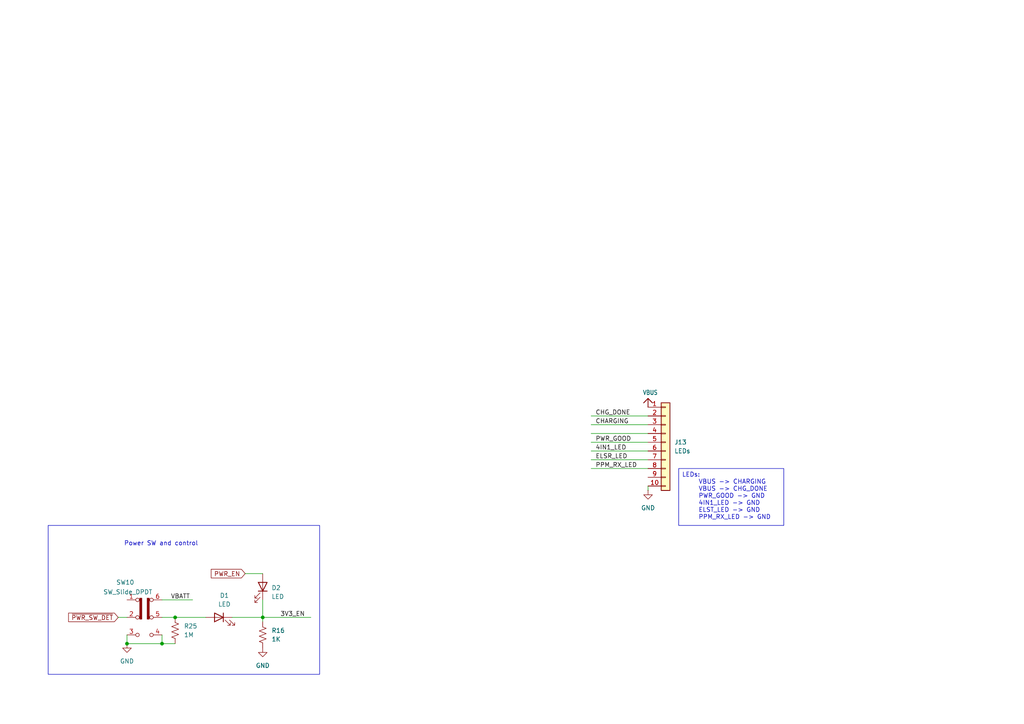
<source format=kicad_sch>
(kicad_sch
	(version 20231120)
	(generator "eeschema")
	(generator_version "8.0")
	(uuid "39638496-c1a9-488f-b565-6f37005cce22")
	(paper "A4")
	(lib_symbols
		(symbol "Adafruit PowerBoost 1000C Rev B-eagle-import:VBUS"
			(power)
			(exclude_from_sim no)
			(in_bom yes)
			(on_board yes)
			(property "Reference" ""
				(at 0 0 0)
				(effects
					(font
						(size 1.27 1.27)
					)
					(hide yes)
				)
			)
			(property "Value" ""
				(at -1.524 1.016 0)
				(effects
					(font
						(size 1.27 1.0795)
					)
					(justify left bottom)
				)
			)
			(property "Footprint" ""
				(at 0 0 0)
				(effects
					(font
						(size 1.27 1.27)
					)
					(hide yes)
				)
			)
			(property "Datasheet" ""
				(at 0 0 0)
				(effects
					(font
						(size 1.27 1.27)
					)
					(hide yes)
				)
			)
			(property "Description" "VBUS Supply Symbole"
				(at 0 0 0)
				(effects
					(font
						(size 1.27 1.27)
					)
					(hide yes)
				)
			)
			(property "ki_locked" ""
				(at 0 0 0)
				(effects
					(font
						(size 1.27 1.27)
					)
				)
			)
			(symbol "VBUS_1_0"
				(polyline
					(pts
						(xy -1.27 -1.27) (xy 0 0)
					)
					(stroke
						(width 0.254)
						(type solid)
					)
					(fill
						(type none)
					)
				)
				(polyline
					(pts
						(xy 0 0) (xy 1.27 -1.27)
					)
					(stroke
						(width 0.254)
						(type solid)
					)
					(fill
						(type none)
					)
				)
				(pin power_in line
					(at 0 -2.54 90)
					(length 2.54)
					(name "VBUS"
						(effects
							(font
								(size 0 0)
							)
						)
					)
					(number "1"
						(effects
							(font
								(size 0 0)
							)
						)
					)
				)
			)
		)
		(symbol "Connector_Generic:Conn_01x10"
			(pin_names
				(offset 1.016) hide)
			(exclude_from_sim no)
			(in_bom yes)
			(on_board yes)
			(property "Reference" "J"
				(at 0 12.7 0)
				(effects
					(font
						(size 1.27 1.27)
					)
				)
			)
			(property "Value" "Conn_01x10"
				(at 0 -15.24 0)
				(effects
					(font
						(size 1.27 1.27)
					)
				)
			)
			(property "Footprint" ""
				(at 0 0 0)
				(effects
					(font
						(size 1.27 1.27)
					)
					(hide yes)
				)
			)
			(property "Datasheet" "~"
				(at 0 0 0)
				(effects
					(font
						(size 1.27 1.27)
					)
					(hide yes)
				)
			)
			(property "Description" "Generic connector, single row, 01x10, script generated (kicad-library-utils/schlib/autogen/connector/)"
				(at 0 0 0)
				(effects
					(font
						(size 1.27 1.27)
					)
					(hide yes)
				)
			)
			(property "ki_keywords" "connector"
				(at 0 0 0)
				(effects
					(font
						(size 1.27 1.27)
					)
					(hide yes)
				)
			)
			(property "ki_fp_filters" "Connector*:*_1x??_*"
				(at 0 0 0)
				(effects
					(font
						(size 1.27 1.27)
					)
					(hide yes)
				)
			)
			(symbol "Conn_01x10_1_1"
				(rectangle
					(start -1.27 -12.573)
					(end 0 -12.827)
					(stroke
						(width 0.1524)
						(type default)
					)
					(fill
						(type none)
					)
				)
				(rectangle
					(start -1.27 -10.033)
					(end 0 -10.287)
					(stroke
						(width 0.1524)
						(type default)
					)
					(fill
						(type none)
					)
				)
				(rectangle
					(start -1.27 -7.493)
					(end 0 -7.747)
					(stroke
						(width 0.1524)
						(type default)
					)
					(fill
						(type none)
					)
				)
				(rectangle
					(start -1.27 -4.953)
					(end 0 -5.207)
					(stroke
						(width 0.1524)
						(type default)
					)
					(fill
						(type none)
					)
				)
				(rectangle
					(start -1.27 -2.413)
					(end 0 -2.667)
					(stroke
						(width 0.1524)
						(type default)
					)
					(fill
						(type none)
					)
				)
				(rectangle
					(start -1.27 0.127)
					(end 0 -0.127)
					(stroke
						(width 0.1524)
						(type default)
					)
					(fill
						(type none)
					)
				)
				(rectangle
					(start -1.27 2.667)
					(end 0 2.413)
					(stroke
						(width 0.1524)
						(type default)
					)
					(fill
						(type none)
					)
				)
				(rectangle
					(start -1.27 5.207)
					(end 0 4.953)
					(stroke
						(width 0.1524)
						(type default)
					)
					(fill
						(type none)
					)
				)
				(rectangle
					(start -1.27 7.747)
					(end 0 7.493)
					(stroke
						(width 0.1524)
						(type default)
					)
					(fill
						(type none)
					)
				)
				(rectangle
					(start -1.27 10.287)
					(end 0 10.033)
					(stroke
						(width 0.1524)
						(type default)
					)
					(fill
						(type none)
					)
				)
				(rectangle
					(start -1.27 11.43)
					(end 1.27 -13.97)
					(stroke
						(width 0.254)
						(type default)
					)
					(fill
						(type background)
					)
				)
				(pin passive line
					(at -5.08 10.16 0)
					(length 3.81)
					(name "Pin_1"
						(effects
							(font
								(size 1.27 1.27)
							)
						)
					)
					(number "1"
						(effects
							(font
								(size 1.27 1.27)
							)
						)
					)
				)
				(pin passive line
					(at -5.08 -12.7 0)
					(length 3.81)
					(name "Pin_10"
						(effects
							(font
								(size 1.27 1.27)
							)
						)
					)
					(number "10"
						(effects
							(font
								(size 1.27 1.27)
							)
						)
					)
				)
				(pin passive line
					(at -5.08 7.62 0)
					(length 3.81)
					(name "Pin_2"
						(effects
							(font
								(size 1.27 1.27)
							)
						)
					)
					(number "2"
						(effects
							(font
								(size 1.27 1.27)
							)
						)
					)
				)
				(pin passive line
					(at -5.08 5.08 0)
					(length 3.81)
					(name "Pin_3"
						(effects
							(font
								(size 1.27 1.27)
							)
						)
					)
					(number "3"
						(effects
							(font
								(size 1.27 1.27)
							)
						)
					)
				)
				(pin passive line
					(at -5.08 2.54 0)
					(length 3.81)
					(name "Pin_4"
						(effects
							(font
								(size 1.27 1.27)
							)
						)
					)
					(number "4"
						(effects
							(font
								(size 1.27 1.27)
							)
						)
					)
				)
				(pin passive line
					(at -5.08 0 0)
					(length 3.81)
					(name "Pin_5"
						(effects
							(font
								(size 1.27 1.27)
							)
						)
					)
					(number "5"
						(effects
							(font
								(size 1.27 1.27)
							)
						)
					)
				)
				(pin passive line
					(at -5.08 -2.54 0)
					(length 3.81)
					(name "Pin_6"
						(effects
							(font
								(size 1.27 1.27)
							)
						)
					)
					(number "6"
						(effects
							(font
								(size 1.27 1.27)
							)
						)
					)
				)
				(pin passive line
					(at -5.08 -5.08 0)
					(length 3.81)
					(name "Pin_7"
						(effects
							(font
								(size 1.27 1.27)
							)
						)
					)
					(number "7"
						(effects
							(font
								(size 1.27 1.27)
							)
						)
					)
				)
				(pin passive line
					(at -5.08 -7.62 0)
					(length 3.81)
					(name "Pin_8"
						(effects
							(font
								(size 1.27 1.27)
							)
						)
					)
					(number "8"
						(effects
							(font
								(size 1.27 1.27)
							)
						)
					)
				)
				(pin passive line
					(at -5.08 -10.16 0)
					(length 3.81)
					(name "Pin_9"
						(effects
							(font
								(size 1.27 1.27)
							)
						)
					)
					(number "9"
						(effects
							(font
								(size 1.27 1.27)
							)
						)
					)
				)
			)
		)
		(symbol "Device:LED"
			(pin_numbers hide)
			(pin_names
				(offset 1.016) hide)
			(exclude_from_sim no)
			(in_bom yes)
			(on_board yes)
			(property "Reference" "D"
				(at 0 2.54 0)
				(effects
					(font
						(size 1.27 1.27)
					)
				)
			)
			(property "Value" "LED"
				(at 0 -2.54 0)
				(effects
					(font
						(size 1.27 1.27)
					)
				)
			)
			(property "Footprint" ""
				(at 0 0 0)
				(effects
					(font
						(size 1.27 1.27)
					)
					(hide yes)
				)
			)
			(property "Datasheet" "~"
				(at 0 0 0)
				(effects
					(font
						(size 1.27 1.27)
					)
					(hide yes)
				)
			)
			(property "Description" "Light emitting diode"
				(at 0 0 0)
				(effects
					(font
						(size 1.27 1.27)
					)
					(hide yes)
				)
			)
			(property "ki_keywords" "LED diode"
				(at 0 0 0)
				(effects
					(font
						(size 1.27 1.27)
					)
					(hide yes)
				)
			)
			(property "ki_fp_filters" "LED* LED_SMD:* LED_THT:*"
				(at 0 0 0)
				(effects
					(font
						(size 1.27 1.27)
					)
					(hide yes)
				)
			)
			(symbol "LED_0_1"
				(polyline
					(pts
						(xy -1.27 -1.27) (xy -1.27 1.27)
					)
					(stroke
						(width 0.254)
						(type default)
					)
					(fill
						(type none)
					)
				)
				(polyline
					(pts
						(xy -1.27 0) (xy 1.27 0)
					)
					(stroke
						(width 0)
						(type default)
					)
					(fill
						(type none)
					)
				)
				(polyline
					(pts
						(xy 1.27 -1.27) (xy 1.27 1.27) (xy -1.27 0) (xy 1.27 -1.27)
					)
					(stroke
						(width 0.254)
						(type default)
					)
					(fill
						(type none)
					)
				)
				(polyline
					(pts
						(xy -3.048 -0.762) (xy -4.572 -2.286) (xy -3.81 -2.286) (xy -4.572 -2.286) (xy -4.572 -1.524)
					)
					(stroke
						(width 0)
						(type default)
					)
					(fill
						(type none)
					)
				)
				(polyline
					(pts
						(xy -1.778 -0.762) (xy -3.302 -2.286) (xy -2.54 -2.286) (xy -3.302 -2.286) (xy -3.302 -1.524)
					)
					(stroke
						(width 0)
						(type default)
					)
					(fill
						(type none)
					)
				)
			)
			(symbol "LED_1_1"
				(pin passive line
					(at -3.81 0 0)
					(length 2.54)
					(name "K"
						(effects
							(font
								(size 1.27 1.27)
							)
						)
					)
					(number "1"
						(effects
							(font
								(size 1.27 1.27)
							)
						)
					)
				)
				(pin passive line
					(at 3.81 0 180)
					(length 2.54)
					(name "A"
						(effects
							(font
								(size 1.27 1.27)
							)
						)
					)
					(number "2"
						(effects
							(font
								(size 1.27 1.27)
							)
						)
					)
				)
			)
		)
		(symbol "Device:R_US"
			(pin_numbers hide)
			(pin_names
				(offset 0)
			)
			(exclude_from_sim no)
			(in_bom yes)
			(on_board yes)
			(property "Reference" "R"
				(at 2.54 0 90)
				(effects
					(font
						(size 1.27 1.27)
					)
				)
			)
			(property "Value" "R_US"
				(at -2.54 0 90)
				(effects
					(font
						(size 1.27 1.27)
					)
				)
			)
			(property "Footprint" ""
				(at 1.016 -0.254 90)
				(effects
					(font
						(size 1.27 1.27)
					)
					(hide yes)
				)
			)
			(property "Datasheet" "~"
				(at 0 0 0)
				(effects
					(font
						(size 1.27 1.27)
					)
					(hide yes)
				)
			)
			(property "Description" "Resistor, US symbol"
				(at 0 0 0)
				(effects
					(font
						(size 1.27 1.27)
					)
					(hide yes)
				)
			)
			(property "ki_keywords" "R res resistor"
				(at 0 0 0)
				(effects
					(font
						(size 1.27 1.27)
					)
					(hide yes)
				)
			)
			(property "ki_fp_filters" "R_*"
				(at 0 0 0)
				(effects
					(font
						(size 1.27 1.27)
					)
					(hide yes)
				)
			)
			(symbol "R_US_0_1"
				(polyline
					(pts
						(xy 0 -2.286) (xy 0 -2.54)
					)
					(stroke
						(width 0)
						(type default)
					)
					(fill
						(type none)
					)
				)
				(polyline
					(pts
						(xy 0 2.286) (xy 0 2.54)
					)
					(stroke
						(width 0)
						(type default)
					)
					(fill
						(type none)
					)
				)
				(polyline
					(pts
						(xy 0 -0.762) (xy 1.016 -1.143) (xy 0 -1.524) (xy -1.016 -1.905) (xy 0 -2.286)
					)
					(stroke
						(width 0)
						(type default)
					)
					(fill
						(type none)
					)
				)
				(polyline
					(pts
						(xy 0 0.762) (xy 1.016 0.381) (xy 0 0) (xy -1.016 -0.381) (xy 0 -0.762)
					)
					(stroke
						(width 0)
						(type default)
					)
					(fill
						(type none)
					)
				)
				(polyline
					(pts
						(xy 0 2.286) (xy 1.016 1.905) (xy 0 1.524) (xy -1.016 1.143) (xy 0 0.762)
					)
					(stroke
						(width 0)
						(type default)
					)
					(fill
						(type none)
					)
				)
			)
			(symbol "R_US_1_1"
				(pin passive line
					(at 0 3.81 270)
					(length 1.27)
					(name "~"
						(effects
							(font
								(size 1.27 1.27)
							)
						)
					)
					(number "1"
						(effects
							(font
								(size 1.27 1.27)
							)
						)
					)
				)
				(pin passive line
					(at 0 -3.81 90)
					(length 1.27)
					(name "~"
						(effects
							(font
								(size 1.27 1.27)
							)
						)
					)
					(number "2"
						(effects
							(font
								(size 1.27 1.27)
							)
						)
					)
				)
			)
		)
		(symbol "Switch:SW_Slide_DPDT"
			(pin_names
				(offset 0) hide)
			(exclude_from_sim no)
			(in_bom yes)
			(on_board yes)
			(property "Reference" "SW"
				(at 0 6.858 0)
				(effects
					(font
						(size 1.27 1.27)
					)
				)
			)
			(property "Value" "SW_Slide_DPDT"
				(at 0 -8.128 0)
				(effects
					(font
						(size 1.27 1.27)
					)
				)
			)
			(property "Footprint" ""
				(at 13.97 5.08 0)
				(effects
					(font
						(size 1.27 1.27)
					)
					(hide yes)
				)
			)
			(property "Datasheet" "~"
				(at 0 0 0)
				(effects
					(font
						(size 1.27 1.27)
					)
					(hide yes)
				)
			)
			(property "Description" "Slide Switch, dual pole double throw"
				(at 0 0 0)
				(effects
					(font
						(size 1.27 1.27)
					)
					(hide yes)
				)
			)
			(property "ki_keywords" "switch dual-pole double-throw dpdt ON-ON"
				(at 0 0 0)
				(effects
					(font
						(size 1.27 1.27)
					)
					(hide yes)
				)
			)
			(symbol "SW_Slide_DPDT_0_0"
				(circle
					(center -2.032 -5.08)
					(radius 0.508)
					(stroke
						(width 0)
						(type default)
					)
					(fill
						(type none)
					)
				)
				(circle
					(center -2.032 5.08)
					(radius 0.508)
					(stroke
						(width 0)
						(type default)
					)
					(fill
						(type none)
					)
				)
				(circle
					(center 2.032 -5.08)
					(radius 0.508)
					(stroke
						(width 0)
						(type default)
					)
					(fill
						(type none)
					)
				)
				(circle
					(center 2.032 0)
					(radius 0.508)
					(stroke
						(width 0)
						(type default)
					)
					(fill
						(type none)
					)
				)
			)
			(symbol "SW_Slide_DPDT_0_1"
				(circle
					(center -2.032 0)
					(radius 0.508)
					(stroke
						(width 0)
						(type default)
					)
					(fill
						(type none)
					)
				)
				(circle
					(center 2.032 5.08)
					(radius 0.508)
					(stroke
						(width 0)
						(type default)
					)
					(fill
						(type none)
					)
				)
			)
			(symbol "SW_Slide_DPDT_1_1"
				(rectangle
					(start -1.397 5.588)
					(end -0.762 -0.508)
					(stroke
						(width 0)
						(type default)
					)
					(fill
						(type outline)
					)
				)
				(rectangle
					(start 0.762 5.588)
					(end 1.397 -0.508)
					(stroke
						(width 0)
						(type default)
					)
					(fill
						(type outline)
					)
				)
				(pin passive line
					(at -5.08 5.08 0)
					(length 2.54)
					(name "A"
						(effects
							(font
								(size 1.27 1.27)
							)
						)
					)
					(number "1"
						(effects
							(font
								(size 1.27 1.27)
							)
						)
					)
				)
				(pin passive line
					(at -5.08 0 0)
					(length 2.54)
					(name "B"
						(effects
							(font
								(size 1.27 1.27)
							)
						)
					)
					(number "2"
						(effects
							(font
								(size 1.27 1.27)
							)
						)
					)
				)
				(pin passive line
					(at -5.08 -5.08 0)
					(length 2.54)
					(name "C"
						(effects
							(font
								(size 1.27 1.27)
							)
						)
					)
					(number "3"
						(effects
							(font
								(size 1.27 1.27)
							)
						)
					)
				)
				(pin passive line
					(at 5.08 -5.08 180)
					(length 2.54)
					(name "A"
						(effects
							(font
								(size 1.27 1.27)
							)
						)
					)
					(number "4"
						(effects
							(font
								(size 1.27 1.27)
							)
						)
					)
				)
				(pin passive line
					(at 5.08 0 180)
					(length 2.54)
					(name "B"
						(effects
							(font
								(size 1.27 1.27)
							)
						)
					)
					(number "5"
						(effects
							(font
								(size 1.27 1.27)
							)
						)
					)
				)
				(pin passive line
					(at 5.08 5.08 180)
					(length 2.54)
					(name "C"
						(effects
							(font
								(size 1.27 1.27)
							)
						)
					)
					(number "6"
						(effects
							(font
								(size 1.27 1.27)
							)
						)
					)
				)
			)
		)
		(symbol "power:GND"
			(power)
			(pin_numbers hide)
			(pin_names
				(offset 0) hide)
			(exclude_from_sim no)
			(in_bom yes)
			(on_board yes)
			(property "Reference" "#PWR"
				(at 0 -6.35 0)
				(effects
					(font
						(size 1.27 1.27)
					)
					(hide yes)
				)
			)
			(property "Value" "GND"
				(at 0 -3.81 0)
				(effects
					(font
						(size 1.27 1.27)
					)
				)
			)
			(property "Footprint" ""
				(at 0 0 0)
				(effects
					(font
						(size 1.27 1.27)
					)
					(hide yes)
				)
			)
			(property "Datasheet" ""
				(at 0 0 0)
				(effects
					(font
						(size 1.27 1.27)
					)
					(hide yes)
				)
			)
			(property "Description" "Power symbol creates a global label with name \"GND\" , ground"
				(at 0 0 0)
				(effects
					(font
						(size 1.27 1.27)
					)
					(hide yes)
				)
			)
			(property "ki_keywords" "global power"
				(at 0 0 0)
				(effects
					(font
						(size 1.27 1.27)
					)
					(hide yes)
				)
			)
			(symbol "GND_0_1"
				(polyline
					(pts
						(xy 0 0) (xy 0 -1.27) (xy 1.27 -1.27) (xy 0 -2.54) (xy -1.27 -1.27) (xy 0 -1.27)
					)
					(stroke
						(width 0)
						(type default)
					)
					(fill
						(type none)
					)
				)
			)
			(symbol "GND_1_1"
				(pin power_in line
					(at 0 0 270)
					(length 0)
					(name "~"
						(effects
							(font
								(size 1.27 1.27)
							)
						)
					)
					(number "1"
						(effects
							(font
								(size 1.27 1.27)
							)
						)
					)
				)
			)
		)
	)
	(junction
		(at 50.8 179.07)
		(diameter 0)
		(color 0 0 0 0)
		(uuid "3c9bbb5f-fe1b-48c9-8535-eddac65e5a7b")
	)
	(junction
		(at 36.83 186.69)
		(diameter 0)
		(color 0 0 0 0)
		(uuid "555a1f9e-74bd-4fda-9140-22b1688aa7b2")
	)
	(junction
		(at 76.2 179.07)
		(diameter 0)
		(color 0 0 0 0)
		(uuid "72986b09-9670-4392-a2b3-ee1c3297d668")
	)
	(junction
		(at 46.99 186.69)
		(diameter 0)
		(color 0 0 0 0)
		(uuid "c0b5cd82-6730-4170-b3be-ea5ac40c5c1c")
	)
	(wire
		(pts
			(xy 46.99 186.69) (xy 50.8 186.69)
		)
		(stroke
			(width 0)
			(type default)
		)
		(uuid "004d3bd5-2c62-45e2-b880-3f296bdf3c5f")
	)
	(wire
		(pts
			(xy 76.2 179.07) (xy 76.2 180.34)
		)
		(stroke
			(width 0)
			(type default)
		)
		(uuid "05e38c6c-b5e1-4eb5-801b-cceb548df3a4")
	)
	(wire
		(pts
			(xy 50.8 179.07) (xy 59.69 179.07)
		)
		(stroke
			(width 0)
			(type default)
		)
		(uuid "0d56eee9-0e51-49a0-b00e-dd6daf577665")
	)
	(wire
		(pts
			(xy 171.45 130.81) (xy 187.96 130.81)
		)
		(stroke
			(width 0)
			(type default)
		)
		(uuid "47dfde0b-9913-401f-94dd-aaf68fa630f8")
	)
	(wire
		(pts
			(xy 187.96 142.24) (xy 187.96 140.97)
		)
		(stroke
			(width 0)
			(type default)
		)
		(uuid "4a9efbe0-1e42-49e7-8cf6-0082760ec6ee")
	)
	(wire
		(pts
			(xy 46.99 184.15) (xy 46.99 186.69)
		)
		(stroke
			(width 0)
			(type default)
		)
		(uuid "6656158a-2711-42c6-b92f-28d608c02122")
	)
	(wire
		(pts
			(xy 34.29 179.07) (xy 36.83 179.07)
		)
		(stroke
			(width 0)
			(type default)
		)
		(uuid "709d3227-8fbf-4858-8702-dc6dbb3ed5bc")
	)
	(wire
		(pts
			(xy 171.45 120.65) (xy 187.96 120.65)
		)
		(stroke
			(width 0)
			(type default)
		)
		(uuid "773d6504-281c-4fdc-846f-940c7c814b25")
	)
	(wire
		(pts
			(xy 171.45 133.35) (xy 187.96 133.35)
		)
		(stroke
			(width 0)
			(type default)
		)
		(uuid "786657a4-a330-4af7-8811-3a3301b9b90d")
	)
	(wire
		(pts
			(xy 67.31 179.07) (xy 76.2 179.07)
		)
		(stroke
			(width 0)
			(type default)
		)
		(uuid "7e3afbe7-4fdf-4046-a3e0-55ddbacf8ea8")
	)
	(wire
		(pts
			(xy 71.12 166.37) (xy 76.2 166.37)
		)
		(stroke
			(width 0)
			(type default)
		)
		(uuid "8bd2ceba-19ad-4660-b6bd-c13acfb33347")
	)
	(wire
		(pts
			(xy 171.45 125.73) (xy 187.96 125.73)
		)
		(stroke
			(width 0)
			(type default)
		)
		(uuid "9516e47f-b914-4562-adf5-4b09e23e5574")
	)
	(wire
		(pts
			(xy 76.2 173.99) (xy 76.2 179.07)
		)
		(stroke
			(width 0)
			(type default)
		)
		(uuid "968787dd-9f66-4e87-a33e-c67e39ff0a7b")
	)
	(wire
		(pts
			(xy 171.45 123.19) (xy 187.96 123.19)
		)
		(stroke
			(width 0)
			(type default)
		)
		(uuid "a0497a61-b55e-406e-9b7e-9dd2e3558a66")
	)
	(wire
		(pts
			(xy 76.2 179.07) (xy 90.17 179.07)
		)
		(stroke
			(width 0)
			(type default)
		)
		(uuid "b4137786-a4ac-4516-b69c-9e67295ddeed")
	)
	(wire
		(pts
			(xy 46.99 186.69) (xy 36.83 186.69)
		)
		(stroke
			(width 0)
			(type default)
		)
		(uuid "c1828e89-b7de-44f4-8afd-50b6ca9016e7")
	)
	(wire
		(pts
			(xy 46.99 173.99) (xy 55.88 173.99)
		)
		(stroke
			(width 0)
			(type default)
		)
		(uuid "d62d15b6-9cdb-40fb-8216-09375c3dcb0f")
	)
	(wire
		(pts
			(xy 171.45 128.27) (xy 187.96 128.27)
		)
		(stroke
			(width 0)
			(type default)
		)
		(uuid "d656b8bd-c7b2-46ff-8f9c-8c02d1006acc")
	)
	(wire
		(pts
			(xy 46.99 179.07) (xy 50.8 179.07)
		)
		(stroke
			(width 0)
			(type default)
		)
		(uuid "dafec2ed-4284-4667-9a4a-7e0bdec80d76")
	)
	(wire
		(pts
			(xy 36.83 186.69) (xy 36.83 184.15)
		)
		(stroke
			(width 0)
			(type default)
		)
		(uuid "f264cf4b-1a30-4a50-89fe-2a407373bc06")
	)
	(wire
		(pts
			(xy 171.45 135.89) (xy 187.96 135.89)
		)
		(stroke
			(width 0)
			(type default)
		)
		(uuid "ff234cfb-d06e-4c78-a436-0ce791c8a86d")
	)
	(rectangle
		(start 13.97 152.4)
		(end 92.71 195.58)
		(stroke
			(width 0)
			(type default)
		)
		(fill
			(type none)
		)
		(uuid d1e726ff-3a86-4b83-838f-6be401ee2850)
	)
	(text_box "LEDs:\n	VBUS -> CHARGING\n	VBUS -> CHG_DONE\n	PWR_GOOD -> GND\n	4IN1_LED -> GND\n	ELST_LED -> GND\n	PPM_RX_LED -> GND\n"
		(exclude_from_sim no)
		(at 196.85 135.89 0)
		(size 30.48 16.51)
		(stroke
			(width 0)
			(type default)
		)
		(fill
			(type none)
		)
		(effects
			(font
				(size 1.27 1.27)
			)
			(justify left top)
		)
		(uuid "605028d6-72cb-459c-8efb-88315a7a4adb")
	)
	(text "Power SW and control"
		(exclude_from_sim no)
		(at 46.736 157.734 0)
		(effects
			(font
				(size 1.27 1.27)
			)
		)
		(uuid "bc86ea17-741d-4421-a4b8-c42d6e36938e")
	)
	(label "CHARGING"
		(at 172.72 123.19 0)
		(fields_autoplaced yes)
		(effects
			(font
				(size 1.27 1.27)
			)
			(justify left bottom)
		)
		(uuid "0cab91f4-4fc7-4bdd-ae6e-d10339fa3a66")
	)
	(label "PWR_GOOD"
		(at 172.72 128.27 0)
		(fields_autoplaced yes)
		(effects
			(font
				(size 1.27 1.27)
			)
			(justify left bottom)
		)
		(uuid "177137f3-8ca5-4ea8-a510-0090a6ffe557")
	)
	(label "ELSR_LED"
		(at 172.72 133.35 0)
		(fields_autoplaced yes)
		(effects
			(font
				(size 1.27 1.27)
			)
			(justify left bottom)
		)
		(uuid "33830911-25eb-4701-9104-31c91e1ffa13")
	)
	(label "VBATT"
		(at 49.53 173.99 0)
		(fields_autoplaced yes)
		(effects
			(font
				(size 1.27 1.27)
			)
			(justify left bottom)
		)
		(uuid "3e3eaf12-771d-4a1f-84fd-ec86f3b8bc79")
	)
	(label "CHG_DONE"
		(at 172.72 120.65 0)
		(fields_autoplaced yes)
		(effects
			(font
				(size 1.27 1.27)
			)
			(justify left bottom)
		)
		(uuid "8d8c1931-ef3f-43d8-84a1-a360f6cb61b5")
	)
	(label "4IN1_LED"
		(at 172.72 130.81 0)
		(fields_autoplaced yes)
		(effects
			(font
				(size 1.27 1.27)
			)
			(justify left bottom)
		)
		(uuid "d9ca05df-9186-42cb-be18-7a4736ac3f17")
	)
	(label "PPM_RX_LED"
		(at 172.72 135.89 0)
		(fields_autoplaced yes)
		(effects
			(font
				(size 1.27 1.27)
			)
			(justify left bottom)
		)
		(uuid "eade179e-c223-4786-8dd7-88d31b2a3ab2")
	)
	(label "3V3_EN"
		(at 81.28 179.07 0)
		(fields_autoplaced yes)
		(effects
			(font
				(size 1.27 1.27)
			)
			(justify left bottom)
		)
		(uuid "fac234c4-8b3c-4c9e-91cc-25bd17fb4ee0")
	)
	(global_label "PWR_EN"
		(shape input)
		(at 71.12 166.37 180)
		(fields_autoplaced yes)
		(effects
			(font
				(size 1.27 1.27)
			)
			(justify right)
		)
		(uuid "4c09b90b-8158-4435-a6a4-6f22f0378d96")
		(property "Intersheetrefs" "${INTERSHEET_REFS}"
			(at 60.6963 166.37 0)
			(effects
				(font
					(size 1.27 1.27)
				)
				(justify right)
				(hide yes)
			)
		)
	)
	(global_label "~{PWR_SW_DET}"
		(shape input)
		(at 34.29 179.07 180)
		(fields_autoplaced yes)
		(effects
			(font
				(size 1.27 1.27)
			)
			(justify right)
		)
		(uuid "6e5e5492-7acc-4b01-8126-39b3e1a66853")
		(property "Intersheetrefs" "${INTERSHEET_REFS}"
			(at 19.3307 179.07 0)
			(effects
				(font
					(size 1.27 1.27)
				)
				(justify right)
				(hide yes)
			)
		)
	)
	(symbol
		(lib_id "Switch:SW_Slide_DPDT")
		(at 41.91 179.07 0)
		(unit 1)
		(exclude_from_sim no)
		(in_bom yes)
		(on_board yes)
		(dnp no)
		(uuid "24b47095-889d-4afe-a226-bc05022e55b6")
		(property "Reference" "SW10"
			(at 36.322 168.91 0)
			(effects
				(font
					(size 1.27 1.27)
				)
			)
		)
		(property "Value" "SW_Slide_DPDT"
			(at 37.084 171.704 0)
			(effects
				(font
					(size 1.27 1.27)
				)
			)
		)
		(property "Footprint" "my_footprints:SW_SLIDE_DPDT_7mm"
			(at 55.88 173.99 0)
			(effects
				(font
					(size 1.27 1.27)
				)
				(hide yes)
			)
		)
		(property "Datasheet" "~"
			(at 41.91 179.07 0)
			(effects
				(font
					(size 1.27 1.27)
				)
				(hide yes)
			)
		)
		(property "Description" "Slide Switch, dual pole double throw"
			(at 41.91 179.07 0)
			(effects
				(font
					(size 1.27 1.27)
				)
				(hide yes)
			)
		)
		(pin "1"
			(uuid "a3b8aab8-d9c1-491c-82f9-7d4c391b5344")
		)
		(pin "6"
			(uuid "872e3bfe-5635-4de6-ab2c-356af2fbc656")
		)
		(pin "4"
			(uuid "30b167d0-ab29-48b0-b7ff-515b20b1d623")
		)
		(pin "3"
			(uuid "0f51c607-0b74-4e92-a20f-b07e954d159e")
		)
		(pin "2"
			(uuid "b5d43b86-2d2c-4bde-88e0-349edbc6a139")
		)
		(pin "5"
			(uuid "ea3bc17a-fb1a-49d0-96a6-6536e2758367")
		)
		(instances
			(project "FS6"
				(path "/f9f54452-72bc-42e0-a85c-2b2c5cedd536/1760ca69-27bc-4016-8a89-26860fc94634"
					(reference "SW10")
					(unit 1)
				)
			)
		)
	)
	(symbol
		(lib_id "Device:R_US")
		(at 50.8 182.88 0)
		(unit 1)
		(exclude_from_sim no)
		(in_bom yes)
		(on_board yes)
		(dnp no)
		(fields_autoplaced yes)
		(uuid "2f12762c-1741-4c44-9650-c5c23b999512")
		(property "Reference" "R25"
			(at 53.34 181.6099 0)
			(effects
				(font
					(size 1.27 1.27)
				)
				(justify left)
			)
		)
		(property "Value" "1M"
			(at 53.34 184.1499 0)
			(effects
				(font
					(size 1.27 1.27)
				)
				(justify left)
			)
		)
		(property "Footprint" "Resistor_SMD:R_0805_2012Metric_Pad1.20x1.40mm_HandSolder"
			(at 51.816 183.134 90)
			(effects
				(font
					(size 1.27 1.27)
				)
				(hide yes)
			)
		)
		(property "Datasheet" "~"
			(at 50.8 182.88 0)
			(effects
				(font
					(size 1.27 1.27)
				)
				(hide yes)
			)
		)
		(property "Description" "Resistor, US symbol"
			(at 50.8 182.88 0)
			(effects
				(font
					(size 1.27 1.27)
				)
				(hide yes)
			)
		)
		(pin "1"
			(uuid "12b600dc-129b-40a7-9e9d-dd1c6751fe79")
		)
		(pin "2"
			(uuid "e9bb0877-9bc1-40e3-980d-0cb44fc39e02")
		)
		(instances
			(project "FS6"
				(path "/f9f54452-72bc-42e0-a85c-2b2c5cedd536/1760ca69-27bc-4016-8a89-26860fc94634"
					(reference "R25")
					(unit 1)
				)
			)
		)
	)
	(symbol
		(lib_id "power:GND")
		(at 76.2 187.96 0)
		(unit 1)
		(exclude_from_sim no)
		(in_bom yes)
		(on_board yes)
		(dnp no)
		(fields_autoplaced yes)
		(uuid "36a63b28-b29b-4360-9902-559b97cced7d")
		(property "Reference" "#PWR065"
			(at 76.2 194.31 0)
			(effects
				(font
					(size 1.27 1.27)
				)
				(hide yes)
			)
		)
		(property "Value" "GND"
			(at 76.2 193.04 0)
			(effects
				(font
					(size 1.27 1.27)
				)
			)
		)
		(property "Footprint" ""
			(at 76.2 187.96 0)
			(effects
				(font
					(size 1.27 1.27)
				)
				(hide yes)
			)
		)
		(property "Datasheet" ""
			(at 76.2 187.96 0)
			(effects
				(font
					(size 1.27 1.27)
				)
				(hide yes)
			)
		)
		(property "Description" "Power symbol creates a global label with name \"GND\" , ground"
			(at 76.2 187.96 0)
			(effects
				(font
					(size 1.27 1.27)
				)
				(hide yes)
			)
		)
		(pin "1"
			(uuid "c6aaa938-0a5d-48e6-9084-d10b616ed81d")
		)
		(instances
			(project "FS6"
				(path "/f9f54452-72bc-42e0-a85c-2b2c5cedd536/1760ca69-27bc-4016-8a89-26860fc94634"
					(reference "#PWR065")
					(unit 1)
				)
			)
		)
	)
	(symbol
		(lib_id "Connector_Generic:Conn_01x10")
		(at 193.04 128.27 0)
		(unit 1)
		(exclude_from_sim no)
		(in_bom yes)
		(on_board yes)
		(dnp no)
		(fields_autoplaced yes)
		(uuid "41f51f68-49d7-4a56-b092-9352ad4519c4")
		(property "Reference" "J13"
			(at 195.58 128.2699 0)
			(effects
				(font
					(size 1.27 1.27)
				)
				(justify left)
			)
		)
		(property "Value" "LEDs"
			(at 195.58 130.8099 0)
			(effects
				(font
					(size 1.27 1.27)
				)
				(justify left)
			)
		)
		(property "Footprint" "Connector_JST:JST_GH_BM10B-GHS-TBT_1x10-1MP_P1.25mm_Vertical"
			(at 193.04 128.27 0)
			(effects
				(font
					(size 1.27 1.27)
				)
				(hide yes)
			)
		)
		(property "Datasheet" "~"
			(at 193.04 128.27 0)
			(effects
				(font
					(size 1.27 1.27)
				)
				(hide yes)
			)
		)
		(property "Description" "Generic connector, single row, 01x10, script generated (kicad-library-utils/schlib/autogen/connector/)"
			(at 193.04 128.27 0)
			(effects
				(font
					(size 1.27 1.27)
				)
				(hide yes)
			)
		)
		(pin "3"
			(uuid "776d31d4-6272-40e2-ae93-8e7f96a5c267")
		)
		(pin "4"
			(uuid "6227b9e7-37a8-457d-9968-22adb257b9c3")
		)
		(pin "7"
			(uuid "0995cd94-f6be-43d7-b688-7ee6b1cfd1f1")
		)
		(pin "10"
			(uuid "13773d77-85e6-48eb-8ada-d0066bd6724b")
		)
		(pin "9"
			(uuid "2e7fd5b9-dd6a-491a-9833-56e3cb7b6141")
		)
		(pin "6"
			(uuid "6a05081d-b161-41d7-b7cc-2a6a7a2133d0")
		)
		(pin "5"
			(uuid "575d7a6a-503f-4630-835f-85480e6dc08a")
		)
		(pin "1"
			(uuid "de7dafd0-4b71-45fa-8178-70104c251a24")
		)
		(pin "2"
			(uuid "e595641d-9800-44ae-974d-10aa7c486dcc")
		)
		(pin "8"
			(uuid "9b96163f-86ce-4b5f-95f0-6f223ef88f9d")
		)
		(instances
			(project "FS6"
				(path "/f9f54452-72bc-42e0-a85c-2b2c5cedd536/1760ca69-27bc-4016-8a89-26860fc94634"
					(reference "J13")
					(unit 1)
				)
			)
		)
	)
	(symbol
		(lib_id "Device:R_US")
		(at 76.2 184.15 0)
		(unit 1)
		(exclude_from_sim no)
		(in_bom yes)
		(on_board yes)
		(dnp no)
		(fields_autoplaced yes)
		(uuid "6ba53f3d-60eb-4fc4-898c-7f9336f6bc35")
		(property "Reference" "R16"
			(at 78.74 182.8799 0)
			(effects
				(font
					(size 1.27 1.27)
				)
				(justify left)
			)
		)
		(property "Value" "1K"
			(at 78.74 185.4199 0)
			(effects
				(font
					(size 1.27 1.27)
				)
				(justify left)
			)
		)
		(property "Footprint" "Resistor_SMD:R_0805_2012Metric_Pad1.20x1.40mm_HandSolder"
			(at 77.216 184.404 90)
			(effects
				(font
					(size 1.27 1.27)
				)
				(hide yes)
			)
		)
		(property "Datasheet" "~"
			(at 76.2 184.15 0)
			(effects
				(font
					(size 1.27 1.27)
				)
				(hide yes)
			)
		)
		(property "Description" "Resistor, US symbol"
			(at 76.2 184.15 0)
			(effects
				(font
					(size 1.27 1.27)
				)
				(hide yes)
			)
		)
		(pin "1"
			(uuid "a0c42262-7b6f-4039-b69c-f4dd45536990")
		)
		(pin "2"
			(uuid "e004bb8d-8b45-48cd-ba75-bad2214cd7d2")
		)
		(instances
			(project "FS6"
				(path "/f9f54452-72bc-42e0-a85c-2b2c5cedd536/1760ca69-27bc-4016-8a89-26860fc94634"
					(reference "R16")
					(unit 1)
				)
			)
		)
	)
	(symbol
		(lib_id "power:GND")
		(at 187.96 142.24 0)
		(unit 1)
		(exclude_from_sim no)
		(in_bom yes)
		(on_board yes)
		(dnp no)
		(fields_autoplaced yes)
		(uuid "7bd54408-c040-4193-bd64-08d2b659b302")
		(property "Reference" "#PWR027"
			(at 187.96 148.59 0)
			(effects
				(font
					(size 1.27 1.27)
				)
				(hide yes)
			)
		)
		(property "Value" "GND"
			(at 187.96 147.32 0)
			(effects
				(font
					(size 1.27 1.27)
				)
			)
		)
		(property "Footprint" ""
			(at 187.96 142.24 0)
			(effects
				(font
					(size 1.27 1.27)
				)
				(hide yes)
			)
		)
		(property "Datasheet" ""
			(at 187.96 142.24 0)
			(effects
				(font
					(size 1.27 1.27)
				)
				(hide yes)
			)
		)
		(property "Description" "Power symbol creates a global label with name \"GND\" , ground"
			(at 187.96 142.24 0)
			(effects
				(font
					(size 1.27 1.27)
				)
				(hide yes)
			)
		)
		(pin "1"
			(uuid "a3683060-d188-4698-9a13-fb5632da2703")
		)
		(instances
			(project "FS6"
				(path "/f9f54452-72bc-42e0-a85c-2b2c5cedd536/1760ca69-27bc-4016-8a89-26860fc94634"
					(reference "#PWR027")
					(unit 1)
				)
			)
		)
	)
	(symbol
		(lib_id "Adafruit PowerBoost 1000C Rev B-eagle-import:VBUS")
		(at 187.96 115.57 0)
		(unit 1)
		(exclude_from_sim no)
		(in_bom yes)
		(on_board yes)
		(dnp no)
		(uuid "c8516807-4ed5-4259-a423-f217e85bf758")
		(property "Reference" "#U$01"
			(at 187.96 115.57 0)
			(effects
				(font
					(size 1.27 1.27)
				)
				(hide yes)
			)
		)
		(property "Value" "VBUS"
			(at 186.436 114.554 0)
			(effects
				(font
					(size 1.27 1.0795)
				)
				(justify left bottom)
			)
		)
		(property "Footprint" ""
			(at 187.96 115.57 0)
			(effects
				(font
					(size 1.27 1.27)
				)
				(hide yes)
			)
		)
		(property "Datasheet" ""
			(at 187.96 115.57 0)
			(effects
				(font
					(size 1.27 1.27)
				)
				(hide yes)
			)
		)
		(property "Description" ""
			(at 187.96 115.57 0)
			(effects
				(font
					(size 1.27 1.27)
				)
				(hide yes)
			)
		)
		(pin "1"
			(uuid "d8d96bf4-f563-4f67-a7ea-636426c2cb94")
		)
		(instances
			(project "FS6"
				(path "/f9f54452-72bc-42e0-a85c-2b2c5cedd536/1760ca69-27bc-4016-8a89-26860fc94634"
					(reference "#U$01")
					(unit 1)
				)
			)
		)
	)
	(symbol
		(lib_id "power:GND")
		(at 36.83 186.69 0)
		(unit 1)
		(exclude_from_sim no)
		(in_bom yes)
		(on_board yes)
		(dnp no)
		(fields_autoplaced yes)
		(uuid "e7dc5611-1f82-4dcc-b5d4-9145865fa725")
		(property "Reference" "#PWR051"
			(at 36.83 193.04 0)
			(effects
				(font
					(size 1.27 1.27)
				)
				(hide yes)
			)
		)
		(property "Value" "GND"
			(at 36.83 191.77 0)
			(effects
				(font
					(size 1.27 1.27)
				)
			)
		)
		(property "Footprint" ""
			(at 36.83 186.69 0)
			(effects
				(font
					(size 1.27 1.27)
				)
				(hide yes)
			)
		)
		(property "Datasheet" ""
			(at 36.83 186.69 0)
			(effects
				(font
					(size 1.27 1.27)
				)
				(hide yes)
			)
		)
		(property "Description" "Power symbol creates a global label with name \"GND\" , ground"
			(at 36.83 186.69 0)
			(effects
				(font
					(size 1.27 1.27)
				)
				(hide yes)
			)
		)
		(pin "1"
			(uuid "82462b5b-0359-4b07-b0c5-3b0227097000")
		)
		(instances
			(project "FS6"
				(path "/f9f54452-72bc-42e0-a85c-2b2c5cedd536/1760ca69-27bc-4016-8a89-26860fc94634"
					(reference "#PWR051")
					(unit 1)
				)
			)
		)
	)
	(symbol
		(lib_id "Device:LED")
		(at 63.5 179.07 0)
		(mirror y)
		(unit 1)
		(exclude_from_sim no)
		(in_bom yes)
		(on_board yes)
		(dnp no)
		(fields_autoplaced yes)
		(uuid "f4fe4a99-a89d-4fa1-b76a-470f66e73b2b")
		(property "Reference" "D1"
			(at 65.0875 172.72 0)
			(effects
				(font
					(size 1.27 1.27)
				)
			)
		)
		(property "Value" "LED"
			(at 65.0875 175.26 0)
			(effects
				(font
					(size 1.27 1.27)
				)
			)
		)
		(property "Footprint" "LED_SMD:LED_0805_2012Metric_Pad1.15x1.40mm_HandSolder"
			(at 63.5 179.07 0)
			(effects
				(font
					(size 1.27 1.27)
				)
				(hide yes)
			)
		)
		(property "Datasheet" "~"
			(at 63.5 179.07 0)
			(effects
				(font
					(size 1.27 1.27)
				)
				(hide yes)
			)
		)
		(property "Description" "Light emitting diode"
			(at 63.5 179.07 0)
			(effects
				(font
					(size 1.27 1.27)
				)
				(hide yes)
			)
		)
		(pin "1"
			(uuid "dd68dadd-6a37-4c7d-9bb2-8896e887beef")
		)
		(pin "2"
			(uuid "e85bd297-dff5-4e32-a76e-4e9161c4064f")
		)
		(instances
			(project "FS6"
				(path "/f9f54452-72bc-42e0-a85c-2b2c5cedd536/1760ca69-27bc-4016-8a89-26860fc94634"
					(reference "D1")
					(unit 1)
				)
			)
		)
	)
	(symbol
		(lib_id "Device:LED")
		(at 76.2 170.18 270)
		(mirror x)
		(unit 1)
		(exclude_from_sim no)
		(in_bom yes)
		(on_board yes)
		(dnp no)
		(fields_autoplaced yes)
		(uuid "ff1f0f23-2b78-4a52-9216-7e543e26af98")
		(property "Reference" "D2"
			(at 78.74 170.4974 90)
			(effects
				(font
					(size 1.27 1.27)
				)
				(justify left)
			)
		)
		(property "Value" "LED"
			(at 78.74 173.0374 90)
			(effects
				(font
					(size 1.27 1.27)
				)
				(justify left)
			)
		)
		(property "Footprint" "LED_SMD:LED_0805_2012Metric_Pad1.15x1.40mm_HandSolder"
			(at 76.2 170.18 0)
			(effects
				(font
					(size 1.27 1.27)
				)
				(hide yes)
			)
		)
		(property "Datasheet" "~"
			(at 76.2 170.18 0)
			(effects
				(font
					(size 1.27 1.27)
				)
				(hide yes)
			)
		)
		(property "Description" "Light emitting diode"
			(at 76.2 170.18 0)
			(effects
				(font
					(size 1.27 1.27)
				)
				(hide yes)
			)
		)
		(pin "1"
			(uuid "865582c2-8ddb-470e-8d4c-b4e789d3158b")
		)
		(pin "2"
			(uuid "c0e5f502-87c1-4c74-9ff4-dac3e7792708")
		)
		(instances
			(project "FS6"
				(path "/f9f54452-72bc-42e0-a85c-2b2c5cedd536/1760ca69-27bc-4016-8a89-26860fc94634"
					(reference "D2")
					(unit 1)
				)
			)
		)
	)
)
</source>
